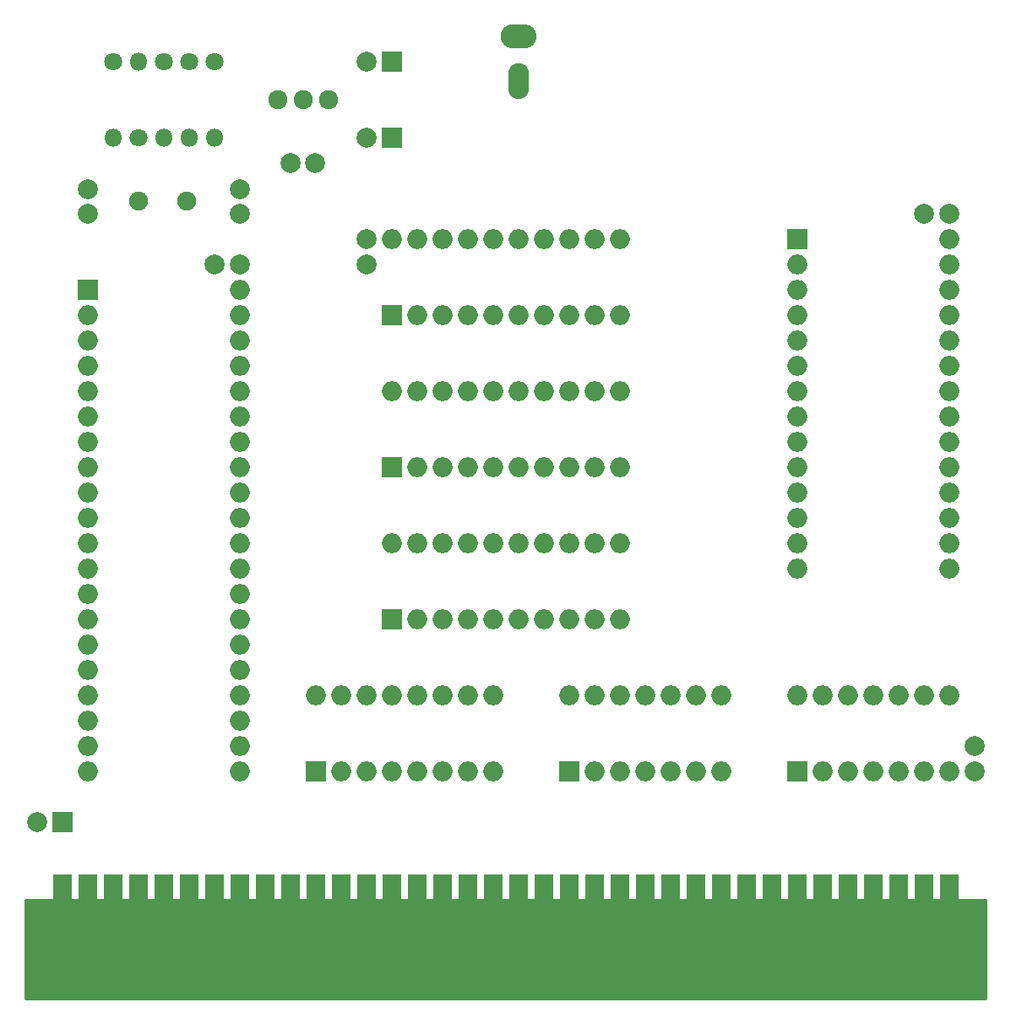
<source format=gbs>
G04 #@! TF.FileFunction,Soldermask,Bot*
%FSLAX46Y46*%
G04 Gerber Fmt 4.6, Leading zero omitted, Abs format (unit mm)*
G04 Created by KiCad (PCBNEW 4.0.7) date 2024 March 18, Monday 14:50:24*
%MOMM*%
%LPD*%
G01*
G04 APERTURE LIST*
%ADD10C,0.100000*%
%ADD11O,2.100000X3.600000*%
%ADD12O,3.600000X2.400000*%
%ADD13R,1.924000X12.400000*%
%ADD14C,2.000000*%
%ADD15R,2.000000X2.000000*%
%ADD16C,1.800000*%
%ADD17O,1.800000X1.800000*%
%ADD18O,2.000000X2.000000*%
%ADD19C,1.924000*%
%ADD20C,1.900000*%
%ADD21C,0.254000*%
G04 APERTURE END LIST*
D10*
D11*
X152400000Y-60380000D03*
D12*
X152400000Y-55880000D03*
D13*
X109220000Y-146050000D03*
X106680000Y-146050000D03*
X111760000Y-146050000D03*
X114300000Y-146050000D03*
X116840000Y-146050000D03*
X119380000Y-146050000D03*
X121920000Y-146050000D03*
X124460000Y-146050000D03*
X127000000Y-146050000D03*
X129540000Y-146050000D03*
X132080000Y-146050000D03*
X134620000Y-146050000D03*
X137160000Y-146050000D03*
X139700000Y-146050000D03*
X142240000Y-146050000D03*
X144780000Y-146050000D03*
X147320000Y-146050000D03*
X149860000Y-146050000D03*
X152400000Y-146050000D03*
X154940000Y-146050000D03*
X157480000Y-146050000D03*
X160020000Y-146050000D03*
X162560000Y-146050000D03*
X165100000Y-146050000D03*
X167640000Y-146050000D03*
X170180000Y-146050000D03*
X172720000Y-146050000D03*
X175260000Y-146050000D03*
X177800000Y-146050000D03*
X180340000Y-146050000D03*
X182880000Y-146050000D03*
X185420000Y-146050000D03*
X187960000Y-146050000D03*
X190500000Y-146050000D03*
X193040000Y-146050000D03*
X195580000Y-146050000D03*
D14*
X124460000Y-73660000D03*
X124460000Y-71160000D03*
X109220000Y-73660000D03*
X109220000Y-71160000D03*
X129540000Y-68580000D03*
X132040000Y-68580000D03*
D15*
X139700000Y-66040000D03*
D14*
X137200000Y-66040000D03*
D16*
X114300000Y-66040000D03*
D17*
X114300000Y-58420000D03*
D16*
X121920000Y-58420000D03*
D17*
X121920000Y-66040000D03*
D16*
X119380000Y-58420000D03*
D17*
X119380000Y-66040000D03*
D16*
X116840000Y-58420000D03*
D17*
X116840000Y-66040000D03*
D15*
X109220000Y-81280000D03*
D18*
X124460000Y-129540000D03*
X109220000Y-83820000D03*
X124460000Y-127000000D03*
X109220000Y-86360000D03*
X124460000Y-124460000D03*
X109220000Y-88900000D03*
X124460000Y-121920000D03*
X109220000Y-91440000D03*
X124460000Y-119380000D03*
X109220000Y-93980000D03*
X124460000Y-116840000D03*
X109220000Y-96520000D03*
X124460000Y-114300000D03*
X109220000Y-99060000D03*
X124460000Y-111760000D03*
X109220000Y-101600000D03*
X124460000Y-109220000D03*
X109220000Y-104140000D03*
X124460000Y-106680000D03*
X109220000Y-106680000D03*
X124460000Y-104140000D03*
X109220000Y-109220000D03*
X124460000Y-101600000D03*
X109220000Y-111760000D03*
X124460000Y-99060000D03*
X109220000Y-114300000D03*
X124460000Y-96520000D03*
X109220000Y-116840000D03*
X124460000Y-93980000D03*
X109220000Y-119380000D03*
X124460000Y-91440000D03*
X109220000Y-121920000D03*
X124460000Y-88900000D03*
X109220000Y-124460000D03*
X124460000Y-86360000D03*
X109220000Y-127000000D03*
X124460000Y-83820000D03*
X109220000Y-129540000D03*
X124460000Y-81280000D03*
D15*
X180340000Y-76200000D03*
D18*
X195580000Y-109220000D03*
X180340000Y-78740000D03*
X195580000Y-106680000D03*
X180340000Y-81280000D03*
X195580000Y-104140000D03*
X180340000Y-83820000D03*
X195580000Y-101600000D03*
X180340000Y-86360000D03*
X195580000Y-99060000D03*
X180340000Y-88900000D03*
X195580000Y-96520000D03*
X180340000Y-91440000D03*
X195580000Y-93980000D03*
X180340000Y-93980000D03*
X195580000Y-91440000D03*
X180340000Y-96520000D03*
X195580000Y-88900000D03*
X180340000Y-99060000D03*
X195580000Y-86360000D03*
X180340000Y-101600000D03*
X195580000Y-83820000D03*
X180340000Y-104140000D03*
X195580000Y-81280000D03*
X180340000Y-106680000D03*
X195580000Y-78740000D03*
X180340000Y-109220000D03*
X195580000Y-76200000D03*
D15*
X139700000Y-114300000D03*
D18*
X162560000Y-106680000D03*
X142240000Y-114300000D03*
X160020000Y-106680000D03*
X144780000Y-114300000D03*
X157480000Y-106680000D03*
X147320000Y-114300000D03*
X154940000Y-106680000D03*
X149860000Y-114300000D03*
X152400000Y-106680000D03*
X152400000Y-114300000D03*
X149860000Y-106680000D03*
X154940000Y-114300000D03*
X147320000Y-106680000D03*
X157480000Y-114300000D03*
X144780000Y-106680000D03*
X160020000Y-114300000D03*
X142240000Y-106680000D03*
X162560000Y-114300000D03*
X139700000Y-106680000D03*
D15*
X139700000Y-99060000D03*
D18*
X162560000Y-91440000D03*
X142240000Y-99060000D03*
X160020000Y-91440000D03*
X144780000Y-99060000D03*
X157480000Y-91440000D03*
X147320000Y-99060000D03*
X154940000Y-91440000D03*
X149860000Y-99060000D03*
X152400000Y-91440000D03*
X152400000Y-99060000D03*
X149860000Y-91440000D03*
X154940000Y-99060000D03*
X147320000Y-91440000D03*
X157480000Y-99060000D03*
X144780000Y-91440000D03*
X160020000Y-99060000D03*
X142240000Y-91440000D03*
X162560000Y-99060000D03*
X139700000Y-91440000D03*
D15*
X139700000Y-83820000D03*
D18*
X162560000Y-76200000D03*
X142240000Y-83820000D03*
X160020000Y-76200000D03*
X144780000Y-83820000D03*
X157480000Y-76200000D03*
X147320000Y-83820000D03*
X154940000Y-76200000D03*
X149860000Y-83820000D03*
X152400000Y-76200000D03*
X152400000Y-83820000D03*
X149860000Y-76200000D03*
X154940000Y-83820000D03*
X147320000Y-76200000D03*
X157480000Y-83820000D03*
X144780000Y-76200000D03*
X160020000Y-83820000D03*
X142240000Y-76200000D03*
X162560000Y-83820000D03*
X139700000Y-76200000D03*
D15*
X157480000Y-129540000D03*
D18*
X172720000Y-121920000D03*
X160020000Y-129540000D03*
X170180000Y-121920000D03*
X162560000Y-129540000D03*
X167640000Y-121920000D03*
X165100000Y-129540000D03*
X165100000Y-121920000D03*
X167640000Y-129540000D03*
X162560000Y-121920000D03*
X170180000Y-129540000D03*
X160020000Y-121920000D03*
X172720000Y-129540000D03*
X157480000Y-121920000D03*
D15*
X132080000Y-129540000D03*
D18*
X149860000Y-121920000D03*
X134620000Y-129540000D03*
X147320000Y-121920000D03*
X137160000Y-129540000D03*
X144780000Y-121920000D03*
X139700000Y-129540000D03*
X142240000Y-121920000D03*
X142240000Y-129540000D03*
X139700000Y-121920000D03*
X144780000Y-129540000D03*
X137160000Y-121920000D03*
X147320000Y-129540000D03*
X134620000Y-121920000D03*
X149860000Y-129540000D03*
X132080000Y-121920000D03*
D15*
X180340000Y-129540000D03*
D18*
X195580000Y-121920000D03*
X182880000Y-129540000D03*
X193040000Y-121920000D03*
X185420000Y-129540000D03*
X190500000Y-121920000D03*
X187960000Y-129540000D03*
X187960000Y-121920000D03*
X190500000Y-129540000D03*
X185420000Y-121920000D03*
X193040000Y-129540000D03*
X182880000Y-121920000D03*
X195580000Y-129540000D03*
X180340000Y-121920000D03*
D15*
X106680000Y-134620000D03*
D14*
X104180000Y-134620000D03*
D15*
X139700000Y-58420000D03*
D14*
X137200000Y-58420000D03*
X195580000Y-73660000D03*
X193080000Y-73660000D03*
X137160000Y-76200000D03*
X137160000Y-78700000D03*
X198120000Y-127000000D03*
X198120000Y-129500000D03*
X124460000Y-78740000D03*
X121960000Y-78740000D03*
D16*
X111760000Y-58420000D03*
D17*
X111760000Y-66040000D03*
D19*
X130810000Y-62230000D03*
X133350000Y-62230000D03*
X128270000Y-62230000D03*
D20*
X114300000Y-72390000D03*
X119180000Y-72390000D03*
D21*
G36*
X199263000Y-152273000D02*
X102997000Y-152273000D01*
X102997000Y-142367000D01*
X199263000Y-142367000D01*
X199263000Y-152273000D01*
X199263000Y-152273000D01*
G37*
X199263000Y-152273000D02*
X102997000Y-152273000D01*
X102997000Y-142367000D01*
X199263000Y-142367000D01*
X199263000Y-152273000D01*
M02*

</source>
